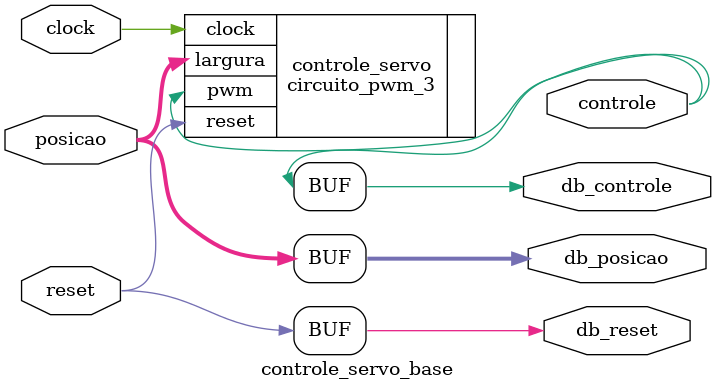
<source format=v>
module controle_servo_base (
    input wire clock,
    input wire reset,
    input wire [1:0] posicao,
    output wire controle,
    output wire db_reset,
    output wire [1:0] db_posicao,
    output wire db_controle
);

      circuito_pwm_3 #(           
        .conf_periodo (1000000),   // 20ms = 20ms / 20ns = 1000000 
        .largura_0    (28000  ),   // 2º 
        .largura_1    (68300  ),   // 90 
        .largura_2    (114300 )    // 180 = 114300
      ) controle_servo (
        .clock   (clock   ),
        .reset   (reset   ),
        .largura (posicao ),
        .pwm     (controle)
    );

    assign db_reset = reset;
    assign db_posicao = posicao;
    assign db_controle = controle;

endmodule

</source>
